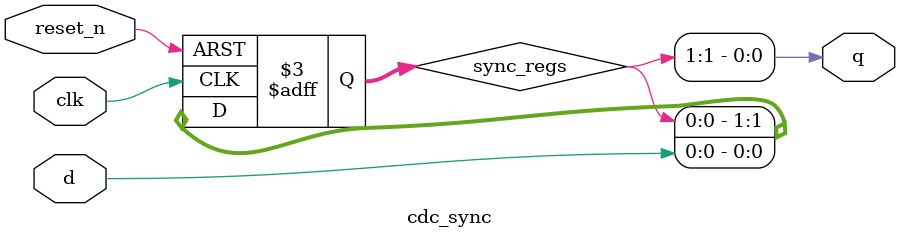
<source format=sv>
`timescale 1ns / 1ps
/**
 * @brief Parameterizable 1-bit Clock Domain Crossing (CDC) Synchronizer.
 *
 * This module synchronizes a 1-bit signal from an asynchronous clock domain
 * into the destination clock domain using a chain of flip-flops.
 *
 * @param STAGES      Number of synchronization stages (flip-flops). 
 *                   Minimum is 2 to mitigate metastability.
 * @param INITIAL_VAL Initial value for the synchronization flip-flops.
 *
 * @param clk     Destination clock domain.
 * @param reset_n Active-low asynchronous reset (synchronized or asynchronous).
 * @param d       Input signal (from asynchronous domain).
 * @param q       Synchronized output signal (in destination domain).
 */

module cdc_sync #(
    parameter int STAGES      = 2,
    parameter bit INITIAL_VAL = 1'b0
  )(
    input  logic clk,
    input  logic reset_n,
    input  logic d,
    output logic q
  );

  // Use an array of flip-flops for synchronization
  logic [STAGES-1:0] sync_regs;

  always_ff @(posedge clk or negedge reset_n)
  begin
    if (!reset_n)
    begin
      sync_regs <= {STAGES{INITIAL_VAL}};
    end
    else
    begin
      // Shift in the new value
      sync_regs <= {sync_regs[STAGES-2:0], d};
    end
  end

  // The output is the last stage of the synchronizer chain
  assign q = sync_regs[STAGES-1];

endmodule

</source>
